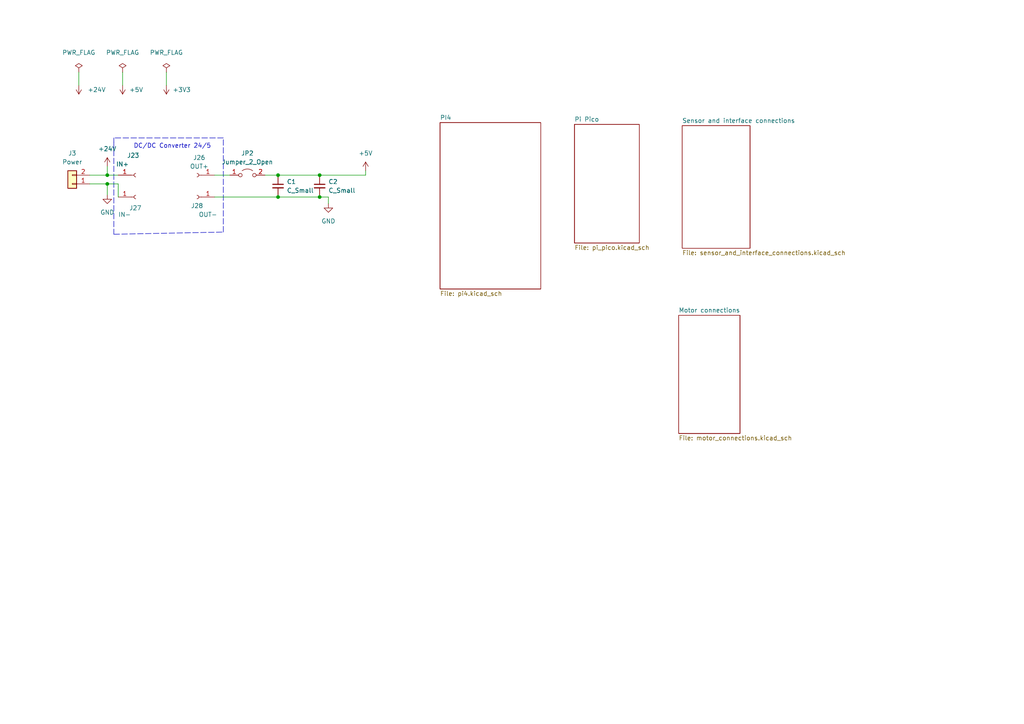
<source format=kicad_sch>
(kicad_sch
	(version 20250114)
	(generator "eeschema")
	(generator_version "9.0")
	(uuid "e63e39d7-6ac0-4ffd-8aa3-1841a4541b55")
	(paper "A4")
	(title_block
		(title "Landrumower")
		(rev "1.0")
	)
	(lib_symbols
		(symbol "Connector:Conn_01x01_Female"
			(pin_names
				(offset 1.016)
				(hide yes)
			)
			(exclude_from_sim no)
			(in_bom yes)
			(on_board yes)
			(property "Reference" "J"
				(at 0 2.54 0)
				(effects
					(font
						(size 1.27 1.27)
					)
				)
			)
			(property "Value" "Conn_01x01_Female"
				(at 0 -2.54 0)
				(effects
					(font
						(size 1.27 1.27)
					)
				)
			)
			(property "Footprint" ""
				(at 0 0 0)
				(effects
					(font
						(size 1.27 1.27)
					)
					(hide yes)
				)
			)
			(property "Datasheet" "~"
				(at 0 0 0)
				(effects
					(font
						(size 1.27 1.27)
					)
					(hide yes)
				)
			)
			(property "Description" "Generic connector, single row, 01x01, script generated (kicad-library-utils/schlib/autogen/connector/)"
				(at 0 0 0)
				(effects
					(font
						(size 1.27 1.27)
					)
					(hide yes)
				)
			)
			(property "ki_keywords" "connector"
				(at 0 0 0)
				(effects
					(font
						(size 1.27 1.27)
					)
					(hide yes)
				)
			)
			(property "ki_fp_filters" "Connector*:*"
				(at 0 0 0)
				(effects
					(font
						(size 1.27 1.27)
					)
					(hide yes)
				)
			)
			(symbol "Conn_01x01_Female_1_1"
				(polyline
					(pts
						(xy -1.27 0) (xy -0.508 0)
					)
					(stroke
						(width 0.1524)
						(type default)
					)
					(fill
						(type none)
					)
				)
				(arc
					(start 0 -0.508)
					(mid -0.5058 0)
					(end 0 0.508)
					(stroke
						(width 0.1524)
						(type default)
					)
					(fill
						(type none)
					)
				)
				(pin passive line
					(at -5.08 0 0)
					(length 3.81)
					(name "Pin_1"
						(effects
							(font
								(size 1.27 1.27)
							)
						)
					)
					(number "1"
						(effects
							(font
								(size 1.27 1.27)
							)
						)
					)
				)
			)
			(embedded_fonts no)
		)
		(symbol "Connector_Generic:Conn_01x02"
			(pin_names
				(offset 1.016)
				(hide yes)
			)
			(exclude_from_sim no)
			(in_bom yes)
			(on_board yes)
			(property "Reference" "J"
				(at 0 2.54 0)
				(effects
					(font
						(size 1.27 1.27)
					)
				)
			)
			(property "Value" "Conn_01x02"
				(at 0 -5.08 0)
				(effects
					(font
						(size 1.27 1.27)
					)
				)
			)
			(property "Footprint" ""
				(at 0 0 0)
				(effects
					(font
						(size 1.27 1.27)
					)
					(hide yes)
				)
			)
			(property "Datasheet" "~"
				(at 0 0 0)
				(effects
					(font
						(size 1.27 1.27)
					)
					(hide yes)
				)
			)
			(property "Description" "Generic connector, single row, 01x02, script generated (kicad-library-utils/schlib/autogen/connector/)"
				(at 0 0 0)
				(effects
					(font
						(size 1.27 1.27)
					)
					(hide yes)
				)
			)
			(property "ki_keywords" "connector"
				(at 0 0 0)
				(effects
					(font
						(size 1.27 1.27)
					)
					(hide yes)
				)
			)
			(property "ki_fp_filters" "Connector*:*_1x??_*"
				(at 0 0 0)
				(effects
					(font
						(size 1.27 1.27)
					)
					(hide yes)
				)
			)
			(symbol "Conn_01x02_1_1"
				(rectangle
					(start -1.27 1.27)
					(end 1.27 -3.81)
					(stroke
						(width 0.254)
						(type default)
					)
					(fill
						(type background)
					)
				)
				(rectangle
					(start -1.27 0.127)
					(end 0 -0.127)
					(stroke
						(width 0.1524)
						(type default)
					)
					(fill
						(type none)
					)
				)
				(rectangle
					(start -1.27 -2.413)
					(end 0 -2.667)
					(stroke
						(width 0.1524)
						(type default)
					)
					(fill
						(type none)
					)
				)
				(pin passive line
					(at -5.08 0 0)
					(length 3.81)
					(name "Pin_1"
						(effects
							(font
								(size 1.27 1.27)
							)
						)
					)
					(number "1"
						(effects
							(font
								(size 1.27 1.27)
							)
						)
					)
				)
				(pin passive line
					(at -5.08 -2.54 0)
					(length 3.81)
					(name "Pin_2"
						(effects
							(font
								(size 1.27 1.27)
							)
						)
					)
					(number "2"
						(effects
							(font
								(size 1.27 1.27)
							)
						)
					)
				)
			)
			(embedded_fonts no)
		)
		(symbol "Device:C_Small"
			(pin_numbers
				(hide yes)
			)
			(pin_names
				(offset 0.254)
				(hide yes)
			)
			(exclude_from_sim no)
			(in_bom yes)
			(on_board yes)
			(property "Reference" "C"
				(at 0.254 1.778 0)
				(effects
					(font
						(size 1.27 1.27)
					)
					(justify left)
				)
			)
			(property "Value" "C_Small"
				(at 0.254 -2.032 0)
				(effects
					(font
						(size 1.27 1.27)
					)
					(justify left)
				)
			)
			(property "Footprint" ""
				(at 0 0 0)
				(effects
					(font
						(size 1.27 1.27)
					)
					(hide yes)
				)
			)
			(property "Datasheet" "~"
				(at 0 0 0)
				(effects
					(font
						(size 1.27 1.27)
					)
					(hide yes)
				)
			)
			(property "Description" "Unpolarized capacitor, small symbol"
				(at 0 0 0)
				(effects
					(font
						(size 1.27 1.27)
					)
					(hide yes)
				)
			)
			(property "ki_keywords" "capacitor cap"
				(at 0 0 0)
				(effects
					(font
						(size 1.27 1.27)
					)
					(hide yes)
				)
			)
			(property "ki_fp_filters" "C_*"
				(at 0 0 0)
				(effects
					(font
						(size 1.27 1.27)
					)
					(hide yes)
				)
			)
			(symbol "C_Small_0_1"
				(polyline
					(pts
						(xy -1.524 0.508) (xy 1.524 0.508)
					)
					(stroke
						(width 0.3048)
						(type default)
					)
					(fill
						(type none)
					)
				)
				(polyline
					(pts
						(xy -1.524 -0.508) (xy 1.524 -0.508)
					)
					(stroke
						(width 0.3302)
						(type default)
					)
					(fill
						(type none)
					)
				)
			)
			(symbol "C_Small_1_1"
				(pin passive line
					(at 0 2.54 270)
					(length 2.032)
					(name "~"
						(effects
							(font
								(size 1.27 1.27)
							)
						)
					)
					(number "1"
						(effects
							(font
								(size 1.27 1.27)
							)
						)
					)
				)
				(pin passive line
					(at 0 -2.54 90)
					(length 2.032)
					(name "~"
						(effects
							(font
								(size 1.27 1.27)
							)
						)
					)
					(number "2"
						(effects
							(font
								(size 1.27 1.27)
							)
						)
					)
				)
			)
			(embedded_fonts no)
		)
		(symbol "Jumper:Jumper_2_Open"
			(pin_names
				(offset 0)
				(hide yes)
			)
			(exclude_from_sim no)
			(in_bom yes)
			(on_board yes)
			(property "Reference" "JP"
				(at 0 2.794 0)
				(effects
					(font
						(size 1.27 1.27)
					)
				)
			)
			(property "Value" "Jumper_2_Open"
				(at 0 -2.286 0)
				(effects
					(font
						(size 1.27 1.27)
					)
				)
			)
			(property "Footprint" ""
				(at 0 0 0)
				(effects
					(font
						(size 1.27 1.27)
					)
					(hide yes)
				)
			)
			(property "Datasheet" "~"
				(at 0 0 0)
				(effects
					(font
						(size 1.27 1.27)
					)
					(hide yes)
				)
			)
			(property "Description" "Jumper, 2-pole, open"
				(at 0 0 0)
				(effects
					(font
						(size 1.27 1.27)
					)
					(hide yes)
				)
			)
			(property "ki_keywords" "Jumper SPST"
				(at 0 0 0)
				(effects
					(font
						(size 1.27 1.27)
					)
					(hide yes)
				)
			)
			(property "ki_fp_filters" "Jumper* TestPoint*2Pads* TestPoint*Bridge*"
				(at 0 0 0)
				(effects
					(font
						(size 1.27 1.27)
					)
					(hide yes)
				)
			)
			(symbol "Jumper_2_Open_0_0"
				(circle
					(center -2.032 0)
					(radius 0.508)
					(stroke
						(width 0)
						(type default)
					)
					(fill
						(type none)
					)
				)
				(circle
					(center 2.032 0)
					(radius 0.508)
					(stroke
						(width 0)
						(type default)
					)
					(fill
						(type none)
					)
				)
			)
			(symbol "Jumper_2_Open_0_1"
				(arc
					(start -1.524 1.27)
					(mid 0 1.778)
					(end 1.524 1.27)
					(stroke
						(width 0)
						(type default)
					)
					(fill
						(type none)
					)
				)
			)
			(symbol "Jumper_2_Open_1_1"
				(pin passive line
					(at -5.08 0 0)
					(length 2.54)
					(name "A"
						(effects
							(font
								(size 1.27 1.27)
							)
						)
					)
					(number "1"
						(effects
							(font
								(size 1.27 1.27)
							)
						)
					)
				)
				(pin passive line
					(at 5.08 0 180)
					(length 2.54)
					(name "B"
						(effects
							(font
								(size 1.27 1.27)
							)
						)
					)
					(number "2"
						(effects
							(font
								(size 1.27 1.27)
							)
						)
					)
				)
			)
			(embedded_fonts no)
		)
		(symbol "power:+24V"
			(power)
			(pin_names
				(offset 0)
			)
			(exclude_from_sim no)
			(in_bom yes)
			(on_board yes)
			(property "Reference" "#PWR"
				(at 0 -3.81 0)
				(effects
					(font
						(size 1.27 1.27)
					)
					(hide yes)
				)
			)
			(property "Value" "+24V"
				(at 0 3.556 0)
				(effects
					(font
						(size 1.27 1.27)
					)
				)
			)
			(property "Footprint" ""
				(at 0 0 0)
				(effects
					(font
						(size 1.27 1.27)
					)
					(hide yes)
				)
			)
			(property "Datasheet" ""
				(at 0 0 0)
				(effects
					(font
						(size 1.27 1.27)
					)
					(hide yes)
				)
			)
			(property "Description" "Power symbol creates a global label with name \"+24V\""
				(at 0 0 0)
				(effects
					(font
						(size 1.27 1.27)
					)
					(hide yes)
				)
			)
			(property "ki_keywords" "power-flag"
				(at 0 0 0)
				(effects
					(font
						(size 1.27 1.27)
					)
					(hide yes)
				)
			)
			(symbol "+24V_0_1"
				(polyline
					(pts
						(xy -0.762 1.27) (xy 0 2.54)
					)
					(stroke
						(width 0)
						(type default)
					)
					(fill
						(type none)
					)
				)
				(polyline
					(pts
						(xy 0 2.54) (xy 0.762 1.27)
					)
					(stroke
						(width 0)
						(type default)
					)
					(fill
						(type none)
					)
				)
				(polyline
					(pts
						(xy 0 0) (xy 0 2.54)
					)
					(stroke
						(width 0)
						(type default)
					)
					(fill
						(type none)
					)
				)
			)
			(symbol "+24V_1_1"
				(pin power_in line
					(at 0 0 90)
					(length 0)
					(hide yes)
					(name "+24V"
						(effects
							(font
								(size 1.27 1.27)
							)
						)
					)
					(number "1"
						(effects
							(font
								(size 1.27 1.27)
							)
						)
					)
				)
			)
			(embedded_fonts no)
		)
		(symbol "power:+3V3"
			(power)
			(pin_names
				(offset 0)
			)
			(exclude_from_sim no)
			(in_bom yes)
			(on_board yes)
			(property "Reference" "#PWR"
				(at 0 -3.81 0)
				(effects
					(font
						(size 1.27 1.27)
					)
					(hide yes)
				)
			)
			(property "Value" "+3V3"
				(at 0 3.556 0)
				(effects
					(font
						(size 1.27 1.27)
					)
				)
			)
			(property "Footprint" ""
				(at 0 0 0)
				(effects
					(font
						(size 1.27 1.27)
					)
					(hide yes)
				)
			)
			(property "Datasheet" ""
				(at 0 0 0)
				(effects
					(font
						(size 1.27 1.27)
					)
					(hide yes)
				)
			)
			(property "Description" "Power symbol creates a global label with name \"+3V3\""
				(at 0 0 0)
				(effects
					(font
						(size 1.27 1.27)
					)
					(hide yes)
				)
			)
			(property "ki_keywords" "power-flag"
				(at 0 0 0)
				(effects
					(font
						(size 1.27 1.27)
					)
					(hide yes)
				)
			)
			(symbol "+3V3_0_1"
				(polyline
					(pts
						(xy -0.762 1.27) (xy 0 2.54)
					)
					(stroke
						(width 0)
						(type default)
					)
					(fill
						(type none)
					)
				)
				(polyline
					(pts
						(xy 0 2.54) (xy 0.762 1.27)
					)
					(stroke
						(width 0)
						(type default)
					)
					(fill
						(type none)
					)
				)
				(polyline
					(pts
						(xy 0 0) (xy 0 2.54)
					)
					(stroke
						(width 0)
						(type default)
					)
					(fill
						(type none)
					)
				)
			)
			(symbol "+3V3_1_1"
				(pin power_in line
					(at 0 0 90)
					(length 0)
					(hide yes)
					(name "+3V3"
						(effects
							(font
								(size 1.27 1.27)
							)
						)
					)
					(number "1"
						(effects
							(font
								(size 1.27 1.27)
							)
						)
					)
				)
			)
			(embedded_fonts no)
		)
		(symbol "power:+5V"
			(power)
			(pin_names
				(offset 0)
			)
			(exclude_from_sim no)
			(in_bom yes)
			(on_board yes)
			(property "Reference" "#PWR"
				(at 0 -3.81 0)
				(effects
					(font
						(size 1.27 1.27)
					)
					(hide yes)
				)
			)
			(property "Value" "+5V"
				(at 0 3.556 0)
				(effects
					(font
						(size 1.27 1.27)
					)
				)
			)
			(property "Footprint" ""
				(at 0 0 0)
				(effects
					(font
						(size 1.27 1.27)
					)
					(hide yes)
				)
			)
			(property "Datasheet" ""
				(at 0 0 0)
				(effects
					(font
						(size 1.27 1.27)
					)
					(hide yes)
				)
			)
			(property "Description" "Power symbol creates a global label with name \"+5V\""
				(at 0 0 0)
				(effects
					(font
						(size 1.27 1.27)
					)
					(hide yes)
				)
			)
			(property "ki_keywords" "power-flag"
				(at 0 0 0)
				(effects
					(font
						(size 1.27 1.27)
					)
					(hide yes)
				)
			)
			(symbol "+5V_0_1"
				(polyline
					(pts
						(xy -0.762 1.27) (xy 0 2.54)
					)
					(stroke
						(width 0)
						(type default)
					)
					(fill
						(type none)
					)
				)
				(polyline
					(pts
						(xy 0 2.54) (xy 0.762 1.27)
					)
					(stroke
						(width 0)
						(type default)
					)
					(fill
						(type none)
					)
				)
				(polyline
					(pts
						(xy 0 0) (xy 0 2.54)
					)
					(stroke
						(width 0)
						(type default)
					)
					(fill
						(type none)
					)
				)
			)
			(symbol "+5V_1_1"
				(pin power_in line
					(at 0 0 90)
					(length 0)
					(hide yes)
					(name "+5V"
						(effects
							(font
								(size 1.27 1.27)
							)
						)
					)
					(number "1"
						(effects
							(font
								(size 1.27 1.27)
							)
						)
					)
				)
			)
			(embedded_fonts no)
		)
		(symbol "power:GND"
			(power)
			(pin_names
				(offset 0)
			)
			(exclude_from_sim no)
			(in_bom yes)
			(on_board yes)
			(property "Reference" "#PWR"
				(at 0 -6.35 0)
				(effects
					(font
						(size 1.27 1.27)
					)
					(hide yes)
				)
			)
			(property "Value" "GND"
				(at 0 -3.81 0)
				(effects
					(font
						(size 1.27 1.27)
					)
				)
			)
			(property "Footprint" ""
				(at 0 0 0)
				(effects
					(font
						(size 1.27 1.27)
					)
					(hide yes)
				)
			)
			(property "Datasheet" ""
				(at 0 0 0)
				(effects
					(font
						(size 1.27 1.27)
					)
					(hide yes)
				)
			)
			(property "Description" "Power symbol creates a global label with name \"GND\" , ground"
				(at 0 0 0)
				(effects
					(font
						(size 1.27 1.27)
					)
					(hide yes)
				)
			)
			(property "ki_keywords" "power-flag"
				(at 0 0 0)
				(effects
					(font
						(size 1.27 1.27)
					)
					(hide yes)
				)
			)
			(symbol "GND_0_1"
				(polyline
					(pts
						(xy 0 0) (xy 0 -1.27) (xy 1.27 -1.27) (xy 0 -2.54) (xy -1.27 -1.27) (xy 0 -1.27)
					)
					(stroke
						(width 0)
						(type default)
					)
					(fill
						(type none)
					)
				)
			)
			(symbol "GND_1_1"
				(pin power_in line
					(at 0 0 270)
					(length 0)
					(hide yes)
					(name "GND"
						(effects
							(font
								(size 1.27 1.27)
							)
						)
					)
					(number "1"
						(effects
							(font
								(size 1.27 1.27)
							)
						)
					)
				)
			)
			(embedded_fonts no)
		)
		(symbol "power:PWR_FLAG"
			(power)
			(pin_numbers
				(hide yes)
			)
			(pin_names
				(offset 0)
				(hide yes)
			)
			(exclude_from_sim no)
			(in_bom yes)
			(on_board yes)
			(property "Reference" "#FLG"
				(at 0 1.905 0)
				(effects
					(font
						(size 1.27 1.27)
					)
					(hide yes)
				)
			)
			(property "Value" "PWR_FLAG"
				(at 0 3.81 0)
				(effects
					(font
						(size 1.27 1.27)
					)
				)
			)
			(property "Footprint" ""
				(at 0 0 0)
				(effects
					(font
						(size 1.27 1.27)
					)
					(hide yes)
				)
			)
			(property "Datasheet" "~"
				(at 0 0 0)
				(effects
					(font
						(size 1.27 1.27)
					)
					(hide yes)
				)
			)
			(property "Description" "Special symbol for telling ERC where power comes from"
				(at 0 0 0)
				(effects
					(font
						(size 1.27 1.27)
					)
					(hide yes)
				)
			)
			(property "ki_keywords" "power-flag"
				(at 0 0 0)
				(effects
					(font
						(size 1.27 1.27)
					)
					(hide yes)
				)
			)
			(symbol "PWR_FLAG_0_0"
				(pin power_out line
					(at 0 0 90)
					(length 0)
					(name "pwr"
						(effects
							(font
								(size 1.27 1.27)
							)
						)
					)
					(number "1"
						(effects
							(font
								(size 1.27 1.27)
							)
						)
					)
				)
			)
			(symbol "PWR_FLAG_0_1"
				(polyline
					(pts
						(xy 0 0) (xy 0 1.27) (xy -1.016 1.905) (xy 0 2.54) (xy 1.016 1.905) (xy 0 1.27)
					)
					(stroke
						(width 0)
						(type default)
					)
					(fill
						(type none)
					)
				)
			)
			(embedded_fonts no)
		)
	)
	(text "DC/DC Converter 24/5"
		(exclude_from_sim no)
		(at 38.735 43.18 0)
		(effects
			(font
				(size 1.27 1.27)
			)
			(justify left bottom)
		)
		(uuid "c02e19ba-99a3-42f1-af24-fac54860fc29")
	)
	(junction
		(at 31.115 53.34)
		(diameter 0)
		(color 0 0 0 0)
		(uuid "215046ab-ea52-4db1-a96f-8db1a09d834e")
	)
	(junction
		(at 31.115 50.8)
		(diameter 0)
		(color 0 0 0 0)
		(uuid "5cd5a65d-e0a0-44bf-a0c1-70f5e1974e93")
	)
	(junction
		(at 92.71 50.8)
		(diameter 0)
		(color 0 0 0 0)
		(uuid "62f3fc0a-45b5-4e4f-8809-ec9a25641e46")
	)
	(junction
		(at 92.71 57.15)
		(diameter 0)
		(color 0 0 0 0)
		(uuid "ba7969a7-91e4-49c7-be74-5fc7de3bedbd")
	)
	(junction
		(at 80.645 57.15)
		(diameter 0)
		(color 0 0 0 0)
		(uuid "e3c13d40-543d-47cc-8c4c-720976220f1a")
	)
	(junction
		(at 80.645 50.8)
		(diameter 0)
		(color 0 0 0 0)
		(uuid "e4e80a48-6fe5-4294-90e4-a4b15db5115b")
	)
	(polyline
		(pts
			(xy 33.02 41.275) (xy 33.02 67.945)
		)
		(stroke
			(width 0)
			(type dash)
		)
		(uuid "0293d741-864c-4b5e-888e-0fe5f024f286")
	)
	(wire
		(pts
			(xy 80.645 50.8) (xy 80.645 51.435)
		)
		(stroke
			(width 0)
			(type default)
		)
		(uuid "03e98aee-f21c-4290-8d88-19dab89e006d")
	)
	(polyline
		(pts
			(xy 33.02 67.945) (xy 64.77 67.31)
		)
		(stroke
			(width 0)
			(type dash)
		)
		(uuid "127b5ae6-e98a-4c53-b177-9682a0968ab1")
	)
	(wire
		(pts
			(xy 31.115 48.26) (xy 31.115 50.8)
		)
		(stroke
			(width 0)
			(type default)
		)
		(uuid "165bc06e-20db-45cd-a30a-74f748661eef")
	)
	(wire
		(pts
			(xy 76.835 50.8) (xy 80.645 50.8)
		)
		(stroke
			(width 0)
			(type default)
		)
		(uuid "1c04bcee-c44e-4240-8cff-36924e846636")
	)
	(wire
		(pts
			(xy 31.115 53.34) (xy 31.115 56.515)
		)
		(stroke
			(width 0)
			(type default)
		)
		(uuid "1c43e885-691a-40dc-9985-69c440b207fc")
	)
	(polyline
		(pts
			(xy 64.77 40.005) (xy 33.02 40.005)
		)
		(stroke
			(width 0)
			(type dash)
		)
		(uuid "1c9b1fa7-bb1b-46c6-9b70-1ee56bb77bdc")
	)
	(wire
		(pts
			(xy 80.645 57.15) (xy 92.71 57.15)
		)
		(stroke
			(width 0)
			(type default)
		)
		(uuid "26161f4a-2d4c-4561-88f8-7bfba52006de")
	)
	(wire
		(pts
			(xy 62.23 50.8) (xy 66.675 50.8)
		)
		(stroke
			(width 0)
			(type default)
		)
		(uuid "26387493-9bb0-4c35-a8a6-13b7c2d7625a")
	)
	(wire
		(pts
			(xy 95.25 57.15) (xy 92.71 57.15)
		)
		(stroke
			(width 0)
			(type default)
		)
		(uuid "3a3a4085-1ba8-4a77-803c-fd3fb4c0a52c")
	)
	(wire
		(pts
			(xy 22.86 20.955) (xy 22.86 24.765)
		)
		(stroke
			(width 0)
			(type default)
		)
		(uuid "4350ff9b-adfa-4263-a709-f0e1583f44de")
	)
	(wire
		(pts
			(xy 35.56 20.955) (xy 35.56 24.765)
		)
		(stroke
			(width 0)
			(type default)
		)
		(uuid "519087a8-d861-425b-b991-d3cab3648c3f")
	)
	(wire
		(pts
			(xy 26.035 53.34) (xy 31.115 53.34)
		)
		(stroke
			(width 0)
			(type default)
		)
		(uuid "522bceed-6c6d-4d26-a309-a42f322ec568")
	)
	(wire
		(pts
			(xy 26.035 50.8) (xy 31.115 50.8)
		)
		(stroke
			(width 0)
			(type default)
		)
		(uuid "6ac29cd5-3fff-4a91-91c2-c0e1cb5a0710")
	)
	(wire
		(pts
			(xy 80.645 56.515) (xy 80.645 57.15)
		)
		(stroke
			(width 0)
			(type default)
		)
		(uuid "7071aa8f-fcff-4a4e-8fec-a81eed1ff44f")
	)
	(wire
		(pts
			(xy 34.29 57.15) (xy 34.29 53.34)
		)
		(stroke
			(width 0)
			(type default)
		)
		(uuid "756ec377-be60-4b7e-9e2f-86677bb30781")
	)
	(wire
		(pts
			(xy 106.045 49.53) (xy 106.045 50.8)
		)
		(stroke
			(width 0)
			(type default)
		)
		(uuid "76af2554-2ce5-4b7b-8f38-01ea7140cec7")
	)
	(wire
		(pts
			(xy 95.25 59.055) (xy 95.25 57.15)
		)
		(stroke
			(width 0)
			(type default)
		)
		(uuid "8308ac54-6aea-4082-9bd8-a96534943826")
	)
	(wire
		(pts
			(xy 48.26 20.955) (xy 48.26 24.765)
		)
		(stroke
			(width 0)
			(type default)
		)
		(uuid "855e78d1-3789-4200-902a-265cfc632b67")
	)
	(polyline
		(pts
			(xy 33.02 40.005) (xy 33.02 41.275)
		)
		(stroke
			(width 0)
			(type dash)
		)
		(uuid "8b3d63fc-0664-4690-87d2-c4f9884991d2")
	)
	(wire
		(pts
			(xy 62.23 57.15) (xy 80.645 57.15)
		)
		(stroke
			(width 0)
			(type default)
		)
		(uuid "9de899e9-f39a-4d4d-90cf-1c3ec9450185")
	)
	(wire
		(pts
			(xy 92.71 56.515) (xy 92.71 57.15)
		)
		(stroke
			(width 0)
			(type default)
		)
		(uuid "a0219fa7-71fe-4dec-960d-2fd5f94e6adb")
	)
	(wire
		(pts
			(xy 80.645 50.8) (xy 92.71 50.8)
		)
		(stroke
			(width 0)
			(type default)
		)
		(uuid "be60d1b0-7f30-4a22-b6f6-e4f59368e2cc")
	)
	(wire
		(pts
			(xy 31.115 50.8) (xy 34.29 50.8)
		)
		(stroke
			(width 0)
			(type default)
		)
		(uuid "cea7de32-3ea7-4c72-971c-f29903f00353")
	)
	(wire
		(pts
			(xy 31.115 53.34) (xy 34.29 53.34)
		)
		(stroke
			(width 0)
			(type default)
		)
		(uuid "d9f6c97f-2b43-45e2-a496-eca1d532b787")
	)
	(wire
		(pts
			(xy 92.71 50.8) (xy 92.71 51.435)
		)
		(stroke
			(width 0)
			(type default)
		)
		(uuid "e486e3d6-a9c3-4074-bab8-8e942240955c")
	)
	(polyline
		(pts
			(xy 64.77 67.31) (xy 64.77 40.005)
		)
		(stroke
			(width 0)
			(type dash)
		)
		(uuid "ed11cab3-156d-490f-b240-331dc08f9fc7")
	)
	(wire
		(pts
			(xy 92.71 50.8) (xy 106.045 50.8)
		)
		(stroke
			(width 0)
			(type default)
		)
		(uuid "fbfebfec-5db4-47a0-8964-a7d939853d33")
	)
	(symbol
		(lib_id "power:PWR_FLAG")
		(at 48.26 20.955 0)
		(unit 1)
		(exclude_from_sim no)
		(in_bom yes)
		(on_board yes)
		(dnp no)
		(fields_autoplaced yes)
		(uuid "0757237a-2bb0-474a-8d0d-b4eae1e0f72d")
		(property "Reference" "#FLG0103"
			(at 48.26 19.05 0)
			(effects
				(font
					(size 1.27 1.27)
				)
				(hide yes)
			)
		)
		(property "Value" "PWR_FLAG"
			(at 48.26 15.24 0)
			(effects
				(font
					(size 1.27 1.27)
				)
			)
		)
		(property "Footprint" ""
			(at 48.26 20.955 0)
			(effects
				(font
					(size 1.27 1.27)
				)
				(hide yes)
			)
		)
		(property "Datasheet" "~"
			(at 48.26 20.955 0)
			(effects
				(font
					(size 1.27 1.27)
				)
				(hide yes)
			)
		)
		(property "Description" ""
			(at 48.26 20.955 0)
			(effects
				(font
					(size 1.27 1.27)
				)
			)
		)
		(pin "1"
			(uuid "fd556145-3680-4517-b06d-a49080df6dd8")
		)
		(instances
			(project ""
				(path "/e63e39d7-6ac0-4ffd-8aa3-1841a4541b55"
					(reference "#FLG0103")
					(unit 1)
				)
			)
		)
	)
	(symbol
		(lib_id "Connector:Conn_01x01_Female")
		(at 39.37 57.15 0)
		(unit 1)
		(exclude_from_sim no)
		(in_bom yes)
		(on_board yes)
		(dnp no)
		(uuid "0af93d8e-30cf-4b8d-a324-f44e552e9d26")
		(property "Reference" "J27"
			(at 37.465 60.325 0)
			(effects
				(font
					(size 1.27 1.27)
				)
				(justify left)
			)
		)
		(property "Value" "IN-"
			(at 34.29 62.23 0)
			(effects
				(font
					(size 1.27 1.27)
				)
				(justify left)
			)
		)
		(property "Footprint" "Connector_PinSocket_2.54mm:PinSocket_1x01_P2.54mm_Vertical"
			(at 39.37 57.15 0)
			(effects
				(font
					(size 1.27 1.27)
				)
				(hide yes)
			)
		)
		(property "Datasheet" "~"
			(at 39.37 57.15 0)
			(effects
				(font
					(size 1.27 1.27)
				)
				(hide yes)
			)
		)
		(property "Description" ""
			(at 39.37 57.15 0)
			(effects
				(font
					(size 1.27 1.27)
				)
			)
		)
		(pin "1"
			(uuid "99be36ca-18d7-4995-9002-477bc633a5a0")
		)
		(instances
			(project ""
				(path "/e63e39d7-6ac0-4ffd-8aa3-1841a4541b55"
					(reference "J27")
					(unit 1)
				)
			)
		)
	)
	(symbol
		(lib_id "power:+24V")
		(at 22.86 24.765 180)
		(unit 1)
		(exclude_from_sim no)
		(in_bom yes)
		(on_board yes)
		(dnp no)
		(fields_autoplaced yes)
		(uuid "21bf9c26-ef69-433a-9cd6-eed9d36c00eb")
		(property "Reference" "#PWR0114"
			(at 22.86 20.955 0)
			(effects
				(font
					(size 1.27 1.27)
				)
				(hide yes)
			)
		)
		(property "Value" "+24V"
			(at 25.4 26.0349 0)
			(effects
				(font
					(size 1.27 1.27)
				)
				(justify right)
			)
		)
		(property "Footprint" ""
			(at 22.86 24.765 0)
			(effects
				(font
					(size 1.27 1.27)
				)
				(hide yes)
			)
		)
		(property "Datasheet" ""
			(at 22.86 24.765 0)
			(effects
				(font
					(size 1.27 1.27)
				)
				(hide yes)
			)
		)
		(property "Description" ""
			(at 22.86 24.765 0)
			(effects
				(font
					(size 1.27 1.27)
				)
			)
		)
		(pin "1"
			(uuid "c39d332c-b1f8-40f0-ada3-586f3284e18d")
		)
		(instances
			(project ""
				(path "/e63e39d7-6ac0-4ffd-8aa3-1841a4541b55"
					(reference "#PWR0114")
					(unit 1)
				)
			)
		)
	)
	(symbol
		(lib_id "power:+5V")
		(at 35.56 24.765 180)
		(unit 1)
		(exclude_from_sim no)
		(in_bom yes)
		(on_board yes)
		(dnp no)
		(fields_autoplaced yes)
		(uuid "23838a4d-d8bd-4fe1-a3b0-bed829c78ff9")
		(property "Reference" "#PWR0116"
			(at 35.56 20.955 0)
			(effects
				(font
					(size 1.27 1.27)
				)
				(hide yes)
			)
		)
		(property "Value" "+5V"
			(at 37.465 26.0349 0)
			(effects
				(font
					(size 1.27 1.27)
				)
				(justify right)
			)
		)
		(property "Footprint" ""
			(at 35.56 24.765 0)
			(effects
				(font
					(size 1.27 1.27)
				)
				(hide yes)
			)
		)
		(property "Datasheet" ""
			(at 35.56 24.765 0)
			(effects
				(font
					(size 1.27 1.27)
				)
				(hide yes)
			)
		)
		(property "Description" ""
			(at 35.56 24.765 0)
			(effects
				(font
					(size 1.27 1.27)
				)
			)
		)
		(pin "1"
			(uuid "56de9ec1-9fbf-4278-b4f6-2a1051ff8a3b")
		)
		(instances
			(project ""
				(path "/e63e39d7-6ac0-4ffd-8aa3-1841a4541b55"
					(reference "#PWR0116")
					(unit 1)
				)
			)
		)
	)
	(symbol
		(lib_id "power:PWR_FLAG")
		(at 22.86 20.955 0)
		(unit 1)
		(exclude_from_sim no)
		(in_bom yes)
		(on_board yes)
		(dnp no)
		(fields_autoplaced yes)
		(uuid "35322807-871f-4aea-8276-a4fc489f79b7")
		(property "Reference" "#FLG0102"
			(at 22.86 19.05 0)
			(effects
				(font
					(size 1.27 1.27)
				)
				(hide yes)
			)
		)
		(property "Value" "PWR_FLAG"
			(at 22.86 15.24 0)
			(effects
				(font
					(size 1.27 1.27)
				)
			)
		)
		(property "Footprint" ""
			(at 22.86 20.955 0)
			(effects
				(font
					(size 1.27 1.27)
				)
				(hide yes)
			)
		)
		(property "Datasheet" "~"
			(at 22.86 20.955 0)
			(effects
				(font
					(size 1.27 1.27)
				)
				(hide yes)
			)
		)
		(property "Description" ""
			(at 22.86 20.955 0)
			(effects
				(font
					(size 1.27 1.27)
				)
			)
		)
		(pin "1"
			(uuid "dfb96d13-69bb-4a0e-9707-0b7e7757a707")
		)
		(instances
			(project ""
				(path "/e63e39d7-6ac0-4ffd-8aa3-1841a4541b55"
					(reference "#FLG0102")
					(unit 1)
				)
			)
		)
	)
	(symbol
		(lib_id "Jumper:Jumper_2_Open")
		(at 71.755 50.8 0)
		(unit 1)
		(exclude_from_sim no)
		(in_bom yes)
		(on_board yes)
		(dnp no)
		(fields_autoplaced yes)
		(uuid "4250bdc0-c5bf-4e94-b2ad-5c4016ca562b")
		(property "Reference" "JP2"
			(at 71.755 44.45 0)
			(effects
				(font
					(size 1.27 1.27)
				)
			)
		)
		(property "Value" "Jumper_2_Open"
			(at 71.755 46.99 0)
			(effects
				(font
					(size 1.27 1.27)
				)
			)
		)
		(property "Footprint" "Jumper:SolderJumper-2_P1.3mm_Open_Pad1.0x1.5mm"
			(at 71.755 50.8 0)
			(effects
				(font
					(size 1.27 1.27)
				)
				(hide yes)
			)
		)
		(property "Datasheet" "~"
			(at 71.755 50.8 0)
			(effects
				(font
					(size 1.27 1.27)
				)
				(hide yes)
			)
		)
		(property "Description" ""
			(at 71.755 50.8 0)
			(effects
				(font
					(size 1.27 1.27)
				)
			)
		)
		(pin "1"
			(uuid "84e07f1b-692f-41eb-b5e4-65c3aed5ac72")
		)
		(pin "2"
			(uuid "30d9e43a-a346-47da-8d8a-63b8e04326b9")
		)
		(instances
			(project ""
				(path "/e63e39d7-6ac0-4ffd-8aa3-1841a4541b55"
					(reference "JP2")
					(unit 1)
				)
			)
		)
	)
	(symbol
		(lib_id "power:+24V")
		(at 31.115 48.26 0)
		(unit 1)
		(exclude_from_sim no)
		(in_bom yes)
		(on_board yes)
		(dnp no)
		(fields_autoplaced yes)
		(uuid "4eb24130-0bb8-48b5-a384-112711ed3327")
		(property "Reference" "#PWR01"
			(at 31.115 52.07 0)
			(effects
				(font
					(size 1.27 1.27)
				)
				(hide yes)
			)
		)
		(property "Value" "+24V"
			(at 31.115 43.18 0)
			(effects
				(font
					(size 1.27 1.27)
				)
			)
		)
		(property "Footprint" ""
			(at 31.115 48.26 0)
			(effects
				(font
					(size 1.27 1.27)
				)
				(hide yes)
			)
		)
		(property "Datasheet" ""
			(at 31.115 48.26 0)
			(effects
				(font
					(size 1.27 1.27)
				)
				(hide yes)
			)
		)
		(property "Description" ""
			(at 31.115 48.26 0)
			(effects
				(font
					(size 1.27 1.27)
				)
			)
		)
		(pin "1"
			(uuid "8b1ef11d-7db4-4b8b-9953-1df91ff19ebb")
		)
		(instances
			(project ""
				(path "/e63e39d7-6ac0-4ffd-8aa3-1841a4541b55"
					(reference "#PWR01")
					(unit 1)
				)
			)
		)
	)
	(symbol
		(lib_id "Connector:Conn_01x01_Female")
		(at 57.15 50.8 180)
		(unit 1)
		(exclude_from_sim no)
		(in_bom yes)
		(on_board yes)
		(dnp no)
		(fields_autoplaced yes)
		(uuid "626456c0-ce51-4b8f-a060-582385ce2051")
		(property "Reference" "J26"
			(at 57.785 45.72 0)
			(effects
				(font
					(size 1.27 1.27)
				)
			)
		)
		(property "Value" "OUT+"
			(at 57.785 48.26 0)
			(effects
				(font
					(size 1.27 1.27)
				)
			)
		)
		(property "Footprint" "Connector_PinSocket_2.54mm:PinSocket_1x01_P2.54mm_Vertical"
			(at 57.15 50.8 0)
			(effects
				(font
					(size 1.27 1.27)
				)
				(hide yes)
			)
		)
		(property "Datasheet" "~"
			(at 57.15 50.8 0)
			(effects
				(font
					(size 1.27 1.27)
				)
				(hide yes)
			)
		)
		(property "Description" ""
			(at 57.15 50.8 0)
			(effects
				(font
					(size 1.27 1.27)
				)
			)
		)
		(pin "1"
			(uuid "63658d88-0f99-4e69-b46f-48cd8b9b20b4")
		)
		(instances
			(project ""
				(path "/e63e39d7-6ac0-4ffd-8aa3-1841a4541b55"
					(reference "J26")
					(unit 1)
				)
			)
		)
	)
	(symbol
		(lib_id "Connector:Conn_01x01_Female")
		(at 39.37 50.8 0)
		(unit 1)
		(exclude_from_sim no)
		(in_bom yes)
		(on_board yes)
		(dnp no)
		(uuid "68487de7-e2a6-4375-b1dc-c2fac19abd2c")
		(property "Reference" "J23"
			(at 36.83 45.085 0)
			(effects
				(font
					(size 1.27 1.27)
				)
				(justify left)
			)
		)
		(property "Value" "IN+"
			(at 33.655 47.625 0)
			(effects
				(font
					(size 1.27 1.27)
				)
				(justify left)
			)
		)
		(property "Footprint" "Connector_PinSocket_2.54mm:PinSocket_1x01_P2.54mm_Vertical"
			(at 39.37 50.8 0)
			(effects
				(font
					(size 1.27 1.27)
				)
				(hide yes)
			)
		)
		(property "Datasheet" "~"
			(at 39.37 50.8 0)
			(effects
				(font
					(size 1.27 1.27)
				)
				(hide yes)
			)
		)
		(property "Description" ""
			(at 39.37 50.8 0)
			(effects
				(font
					(size 1.27 1.27)
				)
			)
		)
		(pin "1"
			(uuid "466a5148-9a2d-44ec-86df-79d189e288c4")
		)
		(instances
			(project ""
				(path "/e63e39d7-6ac0-4ffd-8aa3-1841a4541b55"
					(reference "J23")
					(unit 1)
				)
			)
		)
	)
	(symbol
		(lib_id "Device:C_Small")
		(at 92.71 53.975 0)
		(unit 1)
		(exclude_from_sim no)
		(in_bom yes)
		(on_board yes)
		(dnp no)
		(fields_autoplaced yes)
		(uuid "69b5e2b2-21c5-4a28-913e-4cf23544e33b")
		(property "Reference" "C2"
			(at 95.25 52.7112 0)
			(effects
				(font
					(size 1.27 1.27)
				)
				(justify left)
			)
		)
		(property "Value" "C_Small"
			(at 95.25 55.2512 0)
			(effects
				(font
					(size 1.27 1.27)
				)
				(justify left)
			)
		)
		(property "Footprint" "Capacitor_SMD:C_0805_2012Metric_Pad1.18x1.45mm_HandSolder"
			(at 92.71 53.975 0)
			(effects
				(font
					(size 1.27 1.27)
				)
				(hide yes)
			)
		)
		(property "Datasheet" "~"
			(at 92.71 53.975 0)
			(effects
				(font
					(size 1.27 1.27)
				)
				(hide yes)
			)
		)
		(property "Description" ""
			(at 92.71 53.975 0)
			(effects
				(font
					(size 1.27 1.27)
				)
			)
		)
		(pin "1"
			(uuid "6216d48c-a50f-4e20-914a-ca5a7e176eee")
		)
		(pin "2"
			(uuid "975e9c39-45df-4fc0-910a-090306569249")
		)
		(instances
			(project ""
				(path "/e63e39d7-6ac0-4ffd-8aa3-1841a4541b55"
					(reference "C2")
					(unit 1)
				)
			)
		)
	)
	(symbol
		(lib_id "power:+3V3")
		(at 48.26 24.765 180)
		(unit 1)
		(exclude_from_sim no)
		(in_bom yes)
		(on_board yes)
		(dnp no)
		(uuid "70b66576-331a-48f4-8a93-d7e89ccb424b")
		(property "Reference" "#PWR0117"
			(at 48.26 20.955 0)
			(effects
				(font
					(size 1.27 1.27)
				)
				(hide yes)
			)
		)
		(property "Value" "+3V3"
			(at 52.705 26.035 0)
			(effects
				(font
					(size 1.27 1.27)
				)
			)
		)
		(property "Footprint" ""
			(at 48.26 24.765 0)
			(effects
				(font
					(size 1.27 1.27)
				)
				(hide yes)
			)
		)
		(property "Datasheet" ""
			(at 48.26 24.765 0)
			(effects
				(font
					(size 1.27 1.27)
				)
				(hide yes)
			)
		)
		(property "Description" ""
			(at 48.26 24.765 0)
			(effects
				(font
					(size 1.27 1.27)
				)
			)
		)
		(pin "1"
			(uuid "cf839266-d887-4910-9386-979673902984")
		)
		(instances
			(project ""
				(path "/e63e39d7-6ac0-4ffd-8aa3-1841a4541b55"
					(reference "#PWR0117")
					(unit 1)
				)
			)
		)
	)
	(symbol
		(lib_id "Connector_Generic:Conn_01x02")
		(at 20.955 53.34 180)
		(unit 1)
		(exclude_from_sim no)
		(in_bom yes)
		(on_board yes)
		(dnp no)
		(fields_autoplaced yes)
		(uuid "75fdbc12-c635-4804-9a21-a13ad41ea164")
		(property "Reference" "J3"
			(at 20.955 44.45 0)
			(effects
				(font
					(size 1.27 1.27)
				)
			)
		)
		(property "Value" "Power"
			(at 20.955 46.99 0)
			(effects
				(font
					(size 1.27 1.27)
				)
			)
		)
		(property "Footprint" "TerminalBlock:TerminalBlock_Altech_AK300-2_P5.00mm"
			(at 20.955 53.34 0)
			(effects
				(font
					(size 1.27 1.27)
				)
				(hide yes)
			)
		)
		(property "Datasheet" "~"
			(at 20.955 53.34 0)
			(effects
				(font
					(size 1.27 1.27)
				)
				(hide yes)
			)
		)
		(property "Description" ""
			(at 20.955 53.34 0)
			(effects
				(font
					(size 1.27 1.27)
				)
			)
		)
		(pin "1"
			(uuid "56055504-bfb5-431f-8668-38328cc22ca6")
		)
		(pin "2"
			(uuid "711a43df-e5f6-4ad8-a850-b8da8047c672")
		)
		(instances
			(project ""
				(path "/e63e39d7-6ac0-4ffd-8aa3-1841a4541b55"
					(reference "J3")
					(unit 1)
				)
			)
		)
	)
	(symbol
		(lib_id "power:GND")
		(at 31.115 56.515 0)
		(unit 1)
		(exclude_from_sim no)
		(in_bom yes)
		(on_board yes)
		(dnp no)
		(fields_autoplaced yes)
		(uuid "9abba321-8b14-4359-92cd-6a6d01cfc986")
		(property "Reference" "#PWR04"
			(at 31.115 62.865 0)
			(effects
				(font
					(size 1.27 1.27)
				)
				(hide yes)
			)
		)
		(property "Value" "GND"
			(at 31.115 61.595 0)
			(effects
				(font
					(size 1.27 1.27)
				)
			)
		)
		(property "Footprint" ""
			(at 31.115 56.515 0)
			(effects
				(font
					(size 1.27 1.27)
				)
				(hide yes)
			)
		)
		(property "Datasheet" ""
			(at 31.115 56.515 0)
			(effects
				(font
					(size 1.27 1.27)
				)
				(hide yes)
			)
		)
		(property "Description" ""
			(at 31.115 56.515 0)
			(effects
				(font
					(size 1.27 1.27)
				)
			)
		)
		(pin "1"
			(uuid "ed370adf-9f2d-4f87-a11e-e03716245cb7")
		)
		(instances
			(project ""
				(path "/e63e39d7-6ac0-4ffd-8aa3-1841a4541b55"
					(reference "#PWR04")
					(unit 1)
				)
			)
		)
	)
	(symbol
		(lib_id "power:GND")
		(at 95.25 59.055 0)
		(unit 1)
		(exclude_from_sim no)
		(in_bom yes)
		(on_board yes)
		(dnp no)
		(fields_autoplaced yes)
		(uuid "a1deb488-99bf-491a-957c-8beb605c8db1")
		(property "Reference" "#PWR0104"
			(at 95.25 65.405 0)
			(effects
				(font
					(size 1.27 1.27)
				)
				(hide yes)
			)
		)
		(property "Value" "GND"
			(at 95.25 64.135 0)
			(effects
				(font
					(size 1.27 1.27)
				)
			)
		)
		(property "Footprint" ""
			(at 95.25 59.055 0)
			(effects
				(font
					(size 1.27 1.27)
				)
				(hide yes)
			)
		)
		(property "Datasheet" ""
			(at 95.25 59.055 0)
			(effects
				(font
					(size 1.27 1.27)
				)
				(hide yes)
			)
		)
		(property "Description" ""
			(at 95.25 59.055 0)
			(effects
				(font
					(size 1.27 1.27)
				)
			)
		)
		(pin "1"
			(uuid "37e07a93-c43a-473f-a446-74ef28aa3adc")
		)
		(instances
			(project ""
				(path "/e63e39d7-6ac0-4ffd-8aa3-1841a4541b55"
					(reference "#PWR0104")
					(unit 1)
				)
			)
		)
	)
	(symbol
		(lib_id "Connector:Conn_01x01_Female")
		(at 57.15 57.15 180)
		(unit 1)
		(exclude_from_sim no)
		(in_bom yes)
		(on_board yes)
		(dnp no)
		(uuid "e745e7da-7e92-4e7f-b90e-a98ccb99f2f6")
		(property "Reference" "J28"
			(at 57.15 59.69 0)
			(effects
				(font
					(size 1.27 1.27)
				)
			)
		)
		(property "Value" "OUT-"
			(at 60.325 62.23 0)
			(effects
				(font
					(size 1.27 1.27)
				)
			)
		)
		(property "Footprint" "Connector_PinSocket_2.54mm:PinSocket_1x01_P2.54mm_Vertical"
			(at 57.15 57.15 0)
			(effects
				(font
					(size 1.27 1.27)
				)
				(hide yes)
			)
		)
		(property "Datasheet" "~"
			(at 57.15 57.15 0)
			(effects
				(font
					(size 1.27 1.27)
				)
				(hide yes)
			)
		)
		(property "Description" ""
			(at 57.15 57.15 0)
			(effects
				(font
					(size 1.27 1.27)
				)
			)
		)
		(pin "1"
			(uuid "f33afcdc-7b39-478d-a2b0-bff0fcea67cd")
		)
		(instances
			(project ""
				(path "/e63e39d7-6ac0-4ffd-8aa3-1841a4541b55"
					(reference "J28")
					(unit 1)
				)
			)
		)
	)
	(symbol
		(lib_id "Device:C_Small")
		(at 80.645 53.975 0)
		(unit 1)
		(exclude_from_sim no)
		(in_bom yes)
		(on_board yes)
		(dnp no)
		(fields_autoplaced yes)
		(uuid "ed2a21ae-3d21-461d-88be-3b1da62d3bfc")
		(property "Reference" "C1"
			(at 83.185 52.7112 0)
			(effects
				(font
					(size 1.27 1.27)
				)
				(justify left)
			)
		)
		(property "Value" "C_Small"
			(at 83.185 55.2512 0)
			(effects
				(font
					(size 1.27 1.27)
				)
				(justify left)
			)
		)
		(property "Footprint" "Capacitor_SMD:C_0805_2012Metric_Pad1.18x1.45mm_HandSolder"
			(at 80.645 53.975 0)
			(effects
				(font
					(size 1.27 1.27)
				)
				(hide yes)
			)
		)
		(property "Datasheet" "~"
			(at 80.645 53.975 0)
			(effects
				(font
					(size 1.27 1.27)
				)
				(hide yes)
			)
		)
		(property "Description" ""
			(at 80.645 53.975 0)
			(effects
				(font
					(size 1.27 1.27)
				)
			)
		)
		(pin "1"
			(uuid "92035701-2cb7-40de-8f6d-7b0400bd5249")
		)
		(pin "2"
			(uuid "8df6b5be-14e0-4526-aba7-c9888b339c8b")
		)
		(instances
			(project ""
				(path "/e63e39d7-6ac0-4ffd-8aa3-1841a4541b55"
					(reference "C1")
					(unit 1)
				)
			)
		)
	)
	(symbol
		(lib_id "power:+5V")
		(at 106.045 49.53 0)
		(unit 1)
		(exclude_from_sim no)
		(in_bom yes)
		(on_board yes)
		(dnp no)
		(fields_autoplaced yes)
		(uuid "f13a2959-6c67-4807-8051-b3ddd08989c4")
		(property "Reference" "#PWR03"
			(at 106.045 53.34 0)
			(effects
				(font
					(size 1.27 1.27)
				)
				(hide yes)
			)
		)
		(property "Value" "+5V"
			(at 106.045 44.45 0)
			(effects
				(font
					(size 1.27 1.27)
				)
			)
		)
		(property "Footprint" ""
			(at 106.045 49.53 0)
			(effects
				(font
					(size 1.27 1.27)
				)
				(hide yes)
			)
		)
		(property "Datasheet" ""
			(at 106.045 49.53 0)
			(effects
				(font
					(size 1.27 1.27)
				)
				(hide yes)
			)
		)
		(property "Description" ""
			(at 106.045 49.53 0)
			(effects
				(font
					(size 1.27 1.27)
				)
			)
		)
		(pin "1"
			(uuid "0e66ef48-18e9-425b-be25-2b71ebd6986a")
		)
		(instances
			(project ""
				(path "/e63e39d7-6ac0-4ffd-8aa3-1841a4541b55"
					(reference "#PWR03")
					(unit 1)
				)
			)
		)
	)
	(symbol
		(lib_id "power:PWR_FLAG")
		(at 35.56 20.955 0)
		(unit 1)
		(exclude_from_sim no)
		(in_bom yes)
		(on_board yes)
		(dnp no)
		(fields_autoplaced yes)
		(uuid "f519a004-650b-4ed6-8fb5-754066b0a67a")
		(property "Reference" "#FLG0101"
			(at 35.56 19.05 0)
			(effects
				(font
					(size 1.27 1.27)
				)
				(hide yes)
			)
		)
		(property "Value" "PWR_FLAG"
			(at 35.56 15.24 0)
			(effects
				(font
					(size 1.27 1.27)
				)
			)
		)
		(property "Footprint" ""
			(at 35.56 20.955 0)
			(effects
				(font
					(size 1.27 1.27)
				)
				(hide yes)
			)
		)
		(property "Datasheet" "~"
			(at 35.56 20.955 0)
			(effects
				(font
					(size 1.27 1.27)
				)
				(hide yes)
			)
		)
		(property "Description" ""
			(at 35.56 20.955 0)
			(effects
				(font
					(size 1.27 1.27)
				)
			)
		)
		(pin "1"
			(uuid "069ee535-2031-404a-9c99-43164a51bc84")
		)
		(instances
			(project ""
				(path "/e63e39d7-6ac0-4ffd-8aa3-1841a4541b55"
					(reference "#FLG0101")
					(unit 1)
				)
			)
		)
	)
	(sheet
		(at 196.85 91.44)
		(size 17.78 34.29)
		(exclude_from_sim no)
		(in_bom yes)
		(on_board yes)
		(dnp no)
		(fields_autoplaced yes)
		(stroke
			(width 0.1524)
			(type solid)
		)
		(fill
			(color 0 0 0 0.0000)
		)
		(uuid "1cf43177-00ba-4d2f-af09-7f093a0d589c")
		(property "Sheetname" "Motor connections"
			(at 196.85 90.7284 0)
			(effects
				(font
					(size 1.27 1.27)
				)
				(justify left bottom)
			)
		)
		(property "Sheetfile" "motor_connections.kicad_sch"
			(at 196.85 126.3146 0)
			(effects
				(font
					(size 1.27 1.27)
				)
				(justify left top)
			)
		)
		(instances
			(project "landrumower"
				(path "/e63e39d7-6ac0-4ffd-8aa3-1841a4541b55"
					(page "3")
				)
			)
		)
	)
	(sheet
		(at 197.866 36.449)
		(size 19.685 35.56)
		(exclude_from_sim no)
		(in_bom yes)
		(on_board yes)
		(dnp no)
		(fields_autoplaced yes)
		(stroke
			(width 0.1524)
			(type solid)
		)
		(fill
			(color 0 0 0 0.0000)
		)
		(uuid "4344b8fd-b142-4fc5-92ce-805de17acedf")
		(property "Sheetname" "Sensor and interface connections"
			(at 197.866 35.7374 0)
			(effects
				(font
					(size 1.27 1.27)
				)
				(justify left bottom)
			)
		)
		(property "Sheetfile" "sensor_and_interface_connections.kicad_sch"
			(at 197.866 72.5936 0)
			(effects
				(font
					(size 1.27 1.27)
				)
				(justify left top)
			)
		)
		(instances
			(project "landrumower"
				(path "/e63e39d7-6ac0-4ffd-8aa3-1841a4541b55"
					(page "4")
				)
			)
		)
	)
	(sheet
		(at 166.624 36.068)
		(size 18.796 34.417)
		(exclude_from_sim no)
		(in_bom yes)
		(on_board yes)
		(dnp no)
		(fields_autoplaced yes)
		(stroke
			(width 0.1524)
			(type solid)
		)
		(fill
			(color 0 0 0 0.0000)
		)
		(uuid "b80aa845-c1c7-4a36-86eb-13202c5b8807")
		(property "Sheetname" "Pi Pico"
			(at 166.624 35.3564 0)
			(effects
				(font
					(size 1.27 1.27)
				)
				(justify left bottom)
			)
		)
		(property "Sheetfile" "pi_pico.kicad_sch"
			(at 166.624 71.0696 0)
			(effects
				(font
					(size 1.27 1.27)
				)
				(justify left top)
			)
		)
		(instances
			(project "landrumower"
				(path "/e63e39d7-6ac0-4ffd-8aa3-1841a4541b55"
					(page "2")
				)
			)
		)
	)
	(sheet
		(at 127.635 35.56)
		(size 29.21 48.26)
		(exclude_from_sim no)
		(in_bom yes)
		(on_board yes)
		(dnp no)
		(fields_autoplaced yes)
		(stroke
			(width 0.1524)
			(type solid)
		)
		(fill
			(color 0 0 0 0.0000)
		)
		(uuid "cf41879f-4500-4c80-ba72-9470addc1835")
		(property "Sheetname" "PI4"
			(at 127.635 34.8484 0)
			(effects
				(font
					(size 1.27 1.27)
				)
				(justify left bottom)
			)
		)
		(property "Sheetfile" "pi4.kicad_sch"
			(at 127.635 84.4046 0)
			(effects
				(font
					(size 1.27 1.27)
				)
				(justify left top)
			)
		)
		(instances
			(project "landrumower"
				(path "/e63e39d7-6ac0-4ffd-8aa3-1841a4541b55"
					(page "5")
				)
			)
		)
	)
	(sheet_instances
		(path "/"
			(page "1")
		)
	)
	(embedded_fonts no)
)

</source>
